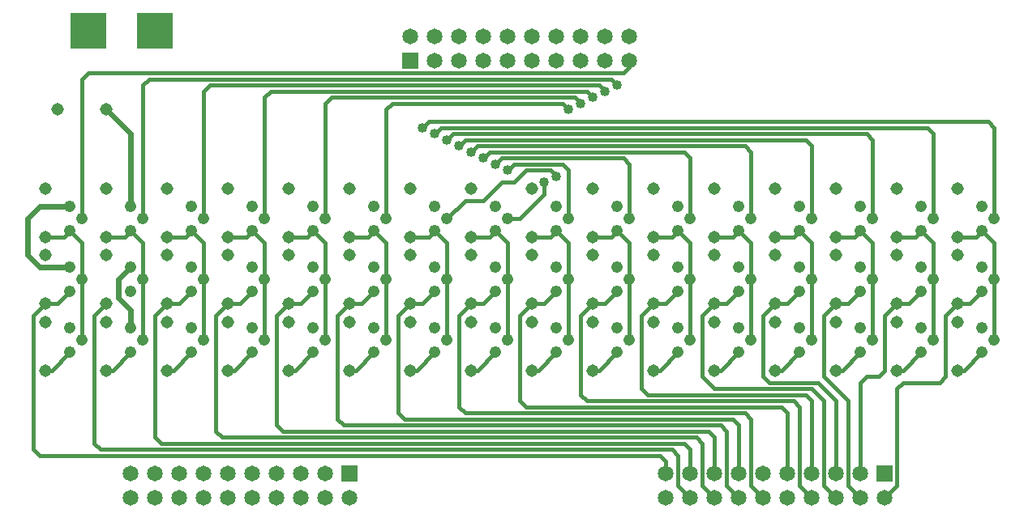
<source format=gbl>
G04 Output by ViewMate Deluxe V11.0.9  PentaLogix LLC*
G04 Tue Nov 11 15:55:57 2014*
%FSLAX33Y33*%
%MOMM*%
%IPPOS*%
%ADD10R,1.651X1.651*%
%ADD11C,1.651*%
%ADD12C,1.3081*%
%ADD13C,1.209*%
%ADD14R,3.81X3.81*%
%ADD15C,0.6096*%
%ADD16C,1.016*%
%ADD17C,0.4064*%

%LPD*%
X0Y0D2*D15*G1X19368Y28258D2*X19368Y30162D1*X18098Y31432*X18098Y33338*X19368Y34608*X13018Y34608D2*X9842Y34608D1*X8572Y35878*X8572Y39688*X9842Y40958*X13018Y40958*X19368Y40958D2*X19368Y48578D1*X16828Y51118*D17*X16828Y37782D2*X18732Y37782D1*X19368Y38418*X23178Y37782D2*X25082Y37782D1*X25718Y38418*X65088Y39688D2*X65088Y44768D1*X64452Y45402*X59372Y45402*X58738Y44768*X57468Y45402D2*X58102Y46038D1*X70802Y46038*X71438Y45402*X76518Y38418D2*X75882Y37782D1*X73978Y37782*X70168Y38418D2*X69532Y37782D1*X67628Y37782*X66992Y20638D2*X66358Y21272D1*X66358Y29528*X60008Y29528D2*X60008Y20638D1*X60642Y20002*X87312Y20002*X87948Y19368*X87948Y13018*X89218Y11748D2*X89218Y20002D1*X88582Y20638*X66992Y20638*X72708Y29528D2*X72708Y21908D1*X76518Y32068D2*X75248Y30798D1*X73978Y30798*X72708Y29528*X70168Y32068D2*X68898Y30798D1*X67628Y30798*X66358Y29528*X63818Y32068D2*X62548Y30798D1*X61278Y30798*X60008Y29528*X47308Y29528D2*X47308Y19368D1*X47942Y18732*X82232Y18732*X82868Y18098*X82868Y13018*X85408Y10478D2*X84138Y11748D1*X84138Y18732*X83502Y19368*X54292Y19368*X53658Y20002*X53658Y29528*X54928Y30798*X57468Y32068D2*X56198Y30798D1*X54928Y30798*X52388Y37148D2*X52388Y33338D1*X52388Y39688D2*X54292Y41592D1*X56198Y41592*X58102Y43498*X59372Y43498*X60642Y44768*X63182Y44768*X63818Y44132*X62548Y43498D2*X62548Y42228D1*X60008Y39688*X58738Y39688*X61278Y37782D2*X63182Y37782D1*X63818Y38418*X65088Y37148*X65088Y33338*X65088Y26988*X61278Y23812D2*X61912Y23812D1*X63818Y25718*X67628Y23812D2*X68262Y23812D1*X70168Y25718*X71438Y26988D2*X71438Y33338D1*X71438Y37148*X70168Y38418*X71438Y45402D2*X71438Y39688D1*X77152Y46672D2*X56832Y46672D1*X56198Y46038*X54928Y46672D2*X55562Y47308D1*X83502Y47308*X84138Y46672*X84138Y39688*X109538Y39688D2*X109538Y49212D1*X108902Y49848*X50482Y49848*X49848Y49212*X51118Y48578D2*X51752Y49212D1*X102552Y49212*X103188Y48578*X103188Y39688*X105728Y37782D2*X107632Y37782D1*X108268Y38418*X109538Y37148*X109538Y33338*X101918Y25718D2*X100012Y23812D1*X99378Y23812*X95568Y22542D2*X96202Y23178D1*X97472Y23178*X98108Y23812*X98108Y29528*X99378Y30798*X101918Y32068D2*X100648Y30798D1*X99378Y30798*X96838Y37148D2*X96838Y33338D1*X96838Y39688D2*X96838Y47942D1*X96202Y48578*X53022Y48578*X52388Y47942*X53658Y47308D2*X54292Y47942D1*X89852Y47942*X90488Y47308*X90488Y39688*X90488Y33338D2*X90488Y37148D1*X86678Y30798D2*X85408Y29528D1*X85408Y23178*X86678Y23812D2*X87312Y23812D1*X89218Y25718*X90488Y33338D2*X90488Y26988D1*X89218Y32068D2*X87948Y30798D1*X86678Y30798*X84138Y37148D2*X84138Y33338D1*X80328Y37782D2*X82232Y37782D1*X82868Y38418*X84138Y37148*X86678Y37782D2*X88582Y37782D1*X89218Y38418*X90488Y37148*X93028Y37782D2*X94932Y37782D1*X95568Y38418*X96838Y37148*X99378Y37782D2*X101282Y37782D1*X101918Y38418*X103188Y37148*X103188Y33338*X103188Y26988*X105728Y23812D2*X106362Y23812D1*X108268Y25718*X109538Y33338D2*X109538Y26988D1*X108268Y32068D2*X106998Y30798D1*X105728Y30798*X104458Y29528*X104458Y23178*X103822Y22542*X100012Y22542*X99378Y21908*X99378Y11748*X98108Y10478*X95568Y22542D2*X95568Y13018D1*X93028Y23812D2*X93662Y23812D1*X95568Y25718*X96838Y33338D2*X96838Y26988D1*X95568Y32068D2*X94298Y30798D1*X93028Y30798*X91758Y29528*X91758Y23178*X94298Y20638*X94298Y11748*X95568Y10478*X93028Y13018D2*X93028Y20638D1*X91122Y22542*X86042Y22542*X85408Y23178*X80328Y23812D2*X80962Y23812D1*X82868Y25718*X84138Y33338D2*X84138Y26988D1*X82868Y32068D2*X81598Y30798D1*X80328Y30798*X79058Y29528*X79058Y23178*X80328Y21908*X90488Y21908*X91758Y20638*X91758Y11748*X93028Y10478*X89218Y11748D2*X90488Y10478D1*X90488Y13018D2*X90488Y20638D1*X89852Y21272*X73342Y21272*X72708Y21908*X73978Y23812D2*X74612Y23812D1*X76518Y25718*X77788Y26988D2*X77788Y33338D1*X77788Y37148*X76518Y38418*X77788Y39688D2*X77788Y46038D1*X77152Y46672*X68262Y53658D2*X68898Y53022D1*X65088Y51118D2*X64452Y51752D1*X46672Y51752*X46038Y51118*X46038Y39688*X48578Y37782D2*X50482Y37782D1*X51118Y38418*X52388Y37148*X54928Y37782D2*X56832Y37782D1*X57468Y38418*X58738Y37148*X58738Y33338*X58738Y26988*X57468Y25718D2*X55562Y23812D1*X54928Y23812*X48578Y23812D2*X49212Y23812D1*X51118Y25718*X52388Y33338D2*X52388Y26988D1*X51118Y32068D2*X49848Y30798D1*X48578Y30798*X47308Y29528*X44768Y32068D2*X43498Y30798D1*X42228Y30798*X40958Y29528*X40958Y18732*X41592Y18098*X80962Y18098*X81598Y17462*X81598Y11748*X82868Y10478*X75248Y13018D2*X75248Y14288D1*X74612Y14922*X9842Y14922*X9208Y15558*X9208Y29528*X10478Y30798*X11748Y30798*X13018Y32068*X16828Y30798D2*X15558Y29528D1*X15558Y16192*X16192Y15558*X75882Y15558*X76518Y14922*X76518Y11748*X77788Y10478*X77788Y13018D2*X77788Y15558D1*X77152Y16192*X22542Y16192*X21908Y16828*X21908Y29528*X23178Y30798*X24448Y30798*X25718Y32068*X32068Y32068D2*X30798Y30798D1*X29528Y30798*X28258Y29528*X28258Y17462*X28892Y16828*X78422Y16828*X79058Y16192*X79058Y11748*X80328Y10478*X80328Y13018D2*X80328Y16828D1*X79692Y17462*X35242Y17462*X34608Y18098*X34608Y29528*X35878Y30798*X37148Y30798*X38418Y32068*X35878Y37782D2*X37782Y37782D1*X38418Y38418*X42228Y37782D2*X44132Y37782D1*X44768Y38418*X46038Y37148*X46038Y33338*X46038Y26988*X44768Y25718D2*X42862Y23812D1*X42228Y23812*X35878Y23812D2*X36512Y23812D1*X38418Y25718*X39688Y26988D2*X39688Y33338D1*X39688Y37148*X38418Y38418*X39688Y39688D2*X39688Y51752D1*X40322Y52388*X65722Y52388*X66358Y51752*X67628Y52388D2*X66992Y53022D1*X33972Y53022*X33338Y52388*X33338Y39688*X29528Y37782D2*X31432Y37782D1*X32068Y38418*X33338Y37148*X33338Y33338*X33338Y26988*X32068Y25718D2*X30162Y23812D1*X29528Y23812*X23178Y23812D2*X23812Y23812D1*X25718Y25718*X26988Y26988D2*X26988Y33338D1*X26988Y37148*X25718Y38418*X26988Y39688D2*X26988Y53022D1*X27622Y53658*X68262Y53658*X71438Y56198D2*X71438Y55562D1*X70802Y54928*X14922Y54928*X14288Y54292*X14288Y39688*X10478Y37782D2*X12382Y37782D1*X13018Y38418*X14288Y37148*X14288Y33338*X14288Y26988*X10478Y23812D2*X11112Y23812D1*X13018Y25718*X16828Y23812D2*X17462Y23812D1*X19368Y25718*X20638Y26988D2*X20638Y33338D1*X20638Y37148*X19368Y38418*X20638Y39688D2*X20638Y53658D1*X21272Y54292*X69532Y54292*X70168Y53658*D10*X48578Y56198D3*X98108Y13018D3*X42228Y13018D3*D11*X56198Y56198D3*X53658Y56198D3*X51118Y56198D3*X48578Y58738D3*X51118Y58738D3*X53658Y58738D3*X56198Y58738D3*X71438Y58738D3*X68898Y58738D3*X66358Y58738D3*X63818Y58738D3*X61278Y58738D3*X58738Y58738D3*X58738Y56198D3*X61278Y56198D3*X63818Y56198D3*X66358Y56198D3*X68898Y56198D3*X71438Y56198D3*X98108Y10478D3*X90488Y10478D3*X93028Y10478D3*X95568Y10478D3*X95568Y13018D3*X93028Y13018D3*X90488Y13018D3*X75248Y13018D3*X77788Y13018D3*X80328Y13018D3*X82868Y13018D3*X85408Y13018D3*X87948Y13018D3*X87948Y10478D3*X85408Y10478D3*X82868Y10478D3*X80328Y10478D3*X77788Y10478D3*X75248Y10478D3*X42228Y10478D3*X29528Y10478D3*X32068Y10478D3*X34608Y10478D3*X37148Y10478D3*X39688Y10478D3*X39688Y13018D3*X37148Y13018D3*X34608Y13018D3*X32068Y13018D3*X29528Y13018D3*X19368Y13018D3*X21908Y13018D3*X24448Y13018D3*X26988Y13018D3*X26988Y10478D3*X24448Y10478D3*X21908Y10478D3*X19368Y10478D3*D12*X11748Y51118D3*X16828Y51118D3*X54928Y28892D3*X54928Y30798D3*X48578Y30798D3*X48578Y28892D3*X42228Y28892D3*X42228Y30798D3*X35878Y30798D3*X35878Y28892D3*X29528Y28892D3*X29528Y30798D3*X23178Y30798D3*X23178Y28892D3*X16828Y28892D3*X16828Y30798D3*X10478Y30798D3*X10478Y28892D3*X10478Y23812D3*X16828Y23812D3*X23178Y23812D3*X29528Y23812D3*X35878Y23812D3*X42228Y23812D3*X48578Y23812D3*X54928Y23812D3*X61278Y23812D3*X67628Y23812D3*X73978Y23812D3*X80328Y23812D3*X86678Y23812D3*X93028Y23812D3*X99378Y23812D3*X105728Y23812D3*X105728Y30798D3*X105728Y28892D3*X99378Y28892D3*X99378Y30798D3*X93028Y30798D3*X93028Y28892D3*X86678Y28892D3*X86678Y30798D3*X80328Y30798D3*X80328Y28892D3*X73978Y28892D3*X73978Y30798D3*X67628Y30798D3*X67628Y28892D3*X61278Y28892D3*X61278Y30798D3*X61278Y42862D3*X67628Y42862D3*X73978Y42862D3*X80328Y42862D3*X86678Y42862D3*X93028Y42862D3*X99378Y42862D3*X105728Y42862D3*X105728Y37782D3*X105728Y35878D3*X99378Y35878D3*X99378Y37782D3*X93028Y37782D3*X93028Y35878D3*X86678Y35878D3*X86678Y37782D3*X80328Y37782D3*X80328Y35878D3*X73978Y35878D3*X73978Y37782D3*X67628Y37782D3*X67628Y35878D3*X61278Y35878D3*X61278Y37782D3*X54928Y37782D3*X54928Y35878D3*X48578Y35878D3*X48578Y37782D3*X42228Y37782D3*X42228Y35878D3*X35878Y35878D3*X35878Y37782D3*X29528Y37782D3*X29528Y35878D3*X23178Y35878D3*X23178Y37782D3*X16828Y37782D3*X16828Y35878D3*X10478Y35878D3*X10478Y37782D3*X10478Y42862D3*X16828Y42862D3*X23178Y42862D3*X29528Y42862D3*X35878Y42862D3*X42228Y42862D3*X48578Y42862D3*X54928Y42862D3*D13*X108268Y40958D3*X109538Y39688D3*X108268Y38418D3*X108268Y34608D3*X109538Y33338D3*X108268Y32068D3*X108268Y25718D3*X109538Y26988D3*X108268Y28258D3*X101918Y28258D3*X103188Y26988D3*X101918Y25718D3*X95568Y25718D3*X96838Y26988D3*X95568Y28258D3*X95568Y34608D3*X95568Y32068D3*X96838Y33338D3*X101918Y32068D3*X103188Y33338D3*X101918Y34608D3*X101918Y38418D3*X103188Y39688D3*X101918Y40958D3*X95568Y40958D3*X96838Y39688D3*X95568Y38418D3*X89218Y38418D3*X90488Y39688D3*X89218Y40958D3*X82868Y40958D3*X84138Y39688D3*X82868Y38418D3*X70168Y32068D3*X71438Y33338D3*X70168Y34608D3*X63818Y34608D3*X65088Y33338D3*X63818Y32068D3*X57468Y32068D3*X58738Y33338D3*X57468Y34608D3*X57468Y40958D3*X57468Y38418D3*X58738Y39688D3*X63818Y40958D3*X63818Y38418D3*X65088Y39688D3*X70168Y40958D3*X70168Y38418D3*X71438Y39688D3*X76518Y40958D3*X77788Y39688D3*X76518Y38418D3*X76518Y34608D3*X76518Y32068D3*X77788Y33338D3*X82868Y34608D3*X82868Y32068D3*X84138Y33338D3*X89218Y34608D3*X90488Y33338D3*X89218Y32068D3*X89218Y28258D3*X90488Y26988D3*X89218Y25718D3*X82868Y25718D3*X84138Y26988D3*X82868Y28258D3*X76518Y28258D3*X77788Y26988D3*X76518Y25718D3*X70168Y25718D3*X71438Y26988D3*X70168Y28258D3*X63818Y28258D3*X65088Y26988D3*X63818Y25718D3*X57468Y25718D3*X58738Y26988D3*X57468Y28258D3*X51118Y28258D3*X52388Y26988D3*X51118Y25718D3*X44768Y25718D3*X46038Y26988D3*X44768Y28258D3*X44768Y34608D3*X44768Y32068D3*X46038Y33338D3*X51118Y32068D3*X52388Y33338D3*X51118Y34608D3*X51118Y38418D3*X52388Y39688D3*X51118Y40958D3*X44768Y40958D3*X46038Y39688D3*X44768Y38418D3*X38418Y38418D3*X39688Y39688D3*X38418Y40958D3*X32068Y40958D3*X33338Y39688D3*X32068Y38418D3*X32068Y34608D3*X32068Y32068D3*X33338Y33338D3*X38418Y34608D3*X39688Y33338D3*X38418Y32068D3*X38418Y28258D3*X39688Y26988D3*X38418Y25718D3*X32068Y25718D3*X33338Y26988D3*X32068Y28258D3*X13018Y28258D3*X13018Y25718D3*X14288Y26988D3*X19368Y28258D3*X19368Y25718D3*X20638Y26988D3*X25718Y25718D3*X26988Y26988D3*X25718Y28258D3*X25718Y32068D3*X26988Y33338D3*X25718Y34608D3*X25718Y38418D3*X26988Y39688D3*X25718Y40958D3*X19368Y40958D3*X20638Y39688D3*X19368Y38418D3*X19368Y34608D3*X20638Y33338D3*X19368Y32068D3*X13018Y32068D3*X14288Y33338D3*X13018Y34608D3*X13018Y38418D3*X14288Y39688D3*X13018Y40958D3*D14*X14922Y59372D3*X21908Y59372D3*D16*X70168Y53658D3*X68898Y53022D3*X67628Y52388D3*X66358Y51752D3*X65088Y51118D3*X63818Y44132D3*X62548Y43498D3*X58738Y44768D3*X57468Y45402D3*X56198Y46038D3*X54928Y46672D3*X53658Y47308D3*X49848Y49212D3*X51118Y48578D3*X52388Y47942D3*X0Y0D2*M02*
</source>
